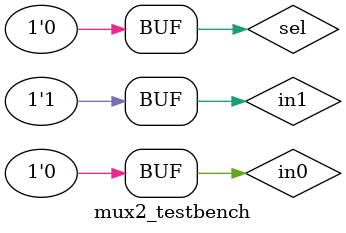
<source format=sv>
module mux2to1(in1, in0 , sel, out);

	input in0, in1;
	input sel;
	output out;
	wire andgate1, andgate2, notgate;
	
	and a1(andgate1, in1, sel);
	not n1(notgate, sel); 
	and a2(andgate2, in0, notgate);
	or o1(out, andgate1, andgate2);

endmodule

module mux2_testbench();
	wire out;
	reg in0, in1, sel;
	
	mux2to1 dut (.in0, .in1 , .sel, .out);
	
	initial begin
		in0 = 0; in1 = 1; sel = 0; #10;
		in0 = 0; in1 = 1;sel = 1; #10;
		in0 = 0; in1 = 1;sel = 0; #10;
		
	end
endmodule
	
</source>
